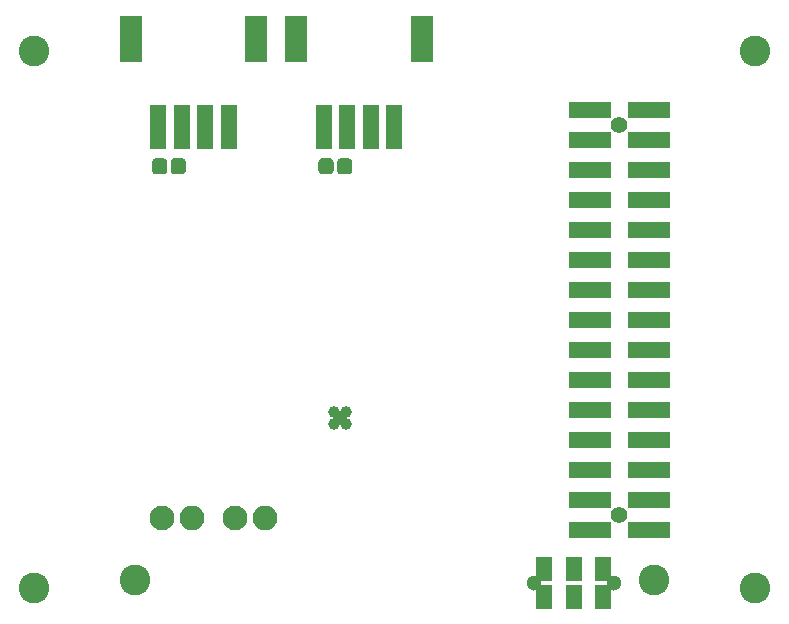
<source format=gbs>
G04 #@! TF.GenerationSoftware,KiCad,Pcbnew,(5.0.0)*
G04 #@! TF.CreationDate,2020-06-15T03:52:37+09:00*
G04 #@! TF.ProjectId,WioTerminal_M5Adapter,57696F5465726D696E616C5F4D354164,rev?*
G04 #@! TF.SameCoordinates,PX206cc80PYfe6f74f0*
G04 #@! TF.FileFunction,Soldermask,Bot*
G04 #@! TF.FilePolarity,Negative*
%FSLAX46Y46*%
G04 Gerber Fmt 4.6, Leading zero omitted, Abs format (unit mm)*
G04 Created by KiCad (PCBNEW (5.0.0)) date 06/15/20 03:52:37*
%MOMM*%
%LPD*%
G01*
G04 APERTURE LIST*
%ADD10C,2.100000*%
%ADD11O,2.100000X2.100000*%
%ADD12C,2.600000*%
%ADD13C,1.000000*%
%ADD14C,1.300000*%
%ADD15R,1.400000X2.000000*%
%ADD16C,0.100000*%
%ADD17C,1.275000*%
%ADD18R,1.400000X3.800000*%
%ADD19R,1.900000X4.000000*%
%ADD20R,3.550000X1.400000*%
%ADD21C,1.400000*%
G04 APERTURE END LIST*
D10*
G04 #@! TO.C,J2*
X-19700000Y-16800000D03*
D11*
X-17160000Y-16800000D03*
G04 #@! TD*
G04 #@! TO.C,J6*
X-10960000Y-16800000D03*
D10*
X-13500000Y-16800000D03*
G04 #@! TD*
D12*
G04 #@! TO.C,MH4*
X-30500000Y22750000D03*
G04 #@! TD*
G04 #@! TO.C,MH1*
X-30500000Y-22750000D03*
G04 #@! TD*
G04 #@! TO.C,MH2*
X30500000Y-22750000D03*
G04 #@! TD*
G04 #@! TO.C,MH3*
X30500000Y22750000D03*
G04 #@! TD*
D13*
G04 #@! TO.C,U2*
X-4600000Y-8300000D03*
X-5100000Y-8800000D03*
X-5100000Y-7800000D03*
X-4100000Y-8800000D03*
X-4100000Y-7800000D03*
G04 #@! TD*
D14*
G04 #@! TO.C,SW1*
X18600000Y-22300000D03*
X11800000Y-22300000D03*
D15*
X17700000Y-21100000D03*
X15200000Y-21100000D03*
X12700000Y-21100000D03*
X12700000Y-23500000D03*
X17700000Y-23500000D03*
X15200000Y-23500000D03*
G04 #@! TD*
D16*
G04 #@! TO.C,C12*
G36*
X-5437507Y13673465D02*
X-5406565Y13668875D01*
X-5376222Y13661275D01*
X-5346770Y13650737D01*
X-5318492Y13637362D01*
X-5291662Y13621281D01*
X-5266537Y13602647D01*
X-5243360Y13581640D01*
X-5222353Y13558463D01*
X-5203719Y13533338D01*
X-5187638Y13506508D01*
X-5174263Y13478230D01*
X-5163725Y13448778D01*
X-5156125Y13418435D01*
X-5151535Y13387493D01*
X-5150000Y13356250D01*
X-5150000Y12643750D01*
X-5151535Y12612507D01*
X-5156125Y12581565D01*
X-5163725Y12551222D01*
X-5174263Y12521770D01*
X-5187638Y12493492D01*
X-5203719Y12466662D01*
X-5222353Y12441537D01*
X-5243360Y12418360D01*
X-5266537Y12397353D01*
X-5291662Y12378719D01*
X-5318492Y12362638D01*
X-5346770Y12349263D01*
X-5376222Y12338725D01*
X-5406565Y12331125D01*
X-5437507Y12326535D01*
X-5468750Y12325000D01*
X-6106250Y12325000D01*
X-6137493Y12326535D01*
X-6168435Y12331125D01*
X-6198778Y12338725D01*
X-6228230Y12349263D01*
X-6256508Y12362638D01*
X-6283338Y12378719D01*
X-6308463Y12397353D01*
X-6331640Y12418360D01*
X-6352647Y12441537D01*
X-6371281Y12466662D01*
X-6387362Y12493492D01*
X-6400737Y12521770D01*
X-6411275Y12551222D01*
X-6418875Y12581565D01*
X-6423465Y12612507D01*
X-6425000Y12643750D01*
X-6425000Y13356250D01*
X-6423465Y13387493D01*
X-6418875Y13418435D01*
X-6411275Y13448778D01*
X-6400737Y13478230D01*
X-6387362Y13506508D01*
X-6371281Y13533338D01*
X-6352647Y13558463D01*
X-6331640Y13581640D01*
X-6308463Y13602647D01*
X-6283338Y13621281D01*
X-6256508Y13637362D01*
X-6228230Y13650737D01*
X-6198778Y13661275D01*
X-6168435Y13668875D01*
X-6137493Y13673465D01*
X-6106250Y13675000D01*
X-5468750Y13675000D01*
X-5437507Y13673465D01*
X-5437507Y13673465D01*
G37*
D17*
X-5787500Y13000000D03*
D16*
G36*
X-3862507Y13673465D02*
X-3831565Y13668875D01*
X-3801222Y13661275D01*
X-3771770Y13650737D01*
X-3743492Y13637362D01*
X-3716662Y13621281D01*
X-3691537Y13602647D01*
X-3668360Y13581640D01*
X-3647353Y13558463D01*
X-3628719Y13533338D01*
X-3612638Y13506508D01*
X-3599263Y13478230D01*
X-3588725Y13448778D01*
X-3581125Y13418435D01*
X-3576535Y13387493D01*
X-3575000Y13356250D01*
X-3575000Y12643750D01*
X-3576535Y12612507D01*
X-3581125Y12581565D01*
X-3588725Y12551222D01*
X-3599263Y12521770D01*
X-3612638Y12493492D01*
X-3628719Y12466662D01*
X-3647353Y12441537D01*
X-3668360Y12418360D01*
X-3691537Y12397353D01*
X-3716662Y12378719D01*
X-3743492Y12362638D01*
X-3771770Y12349263D01*
X-3801222Y12338725D01*
X-3831565Y12331125D01*
X-3862507Y12326535D01*
X-3893750Y12325000D01*
X-4531250Y12325000D01*
X-4562493Y12326535D01*
X-4593435Y12331125D01*
X-4623778Y12338725D01*
X-4653230Y12349263D01*
X-4681508Y12362638D01*
X-4708338Y12378719D01*
X-4733463Y12397353D01*
X-4756640Y12418360D01*
X-4777647Y12441537D01*
X-4796281Y12466662D01*
X-4812362Y12493492D01*
X-4825737Y12521770D01*
X-4836275Y12551222D01*
X-4843875Y12581565D01*
X-4848465Y12612507D01*
X-4850000Y12643750D01*
X-4850000Y13356250D01*
X-4848465Y13387493D01*
X-4843875Y13418435D01*
X-4836275Y13448778D01*
X-4825737Y13478230D01*
X-4812362Y13506508D01*
X-4796281Y13533338D01*
X-4777647Y13558463D01*
X-4756640Y13581640D01*
X-4733463Y13602647D01*
X-4708338Y13621281D01*
X-4681508Y13637362D01*
X-4653230Y13650737D01*
X-4623778Y13661275D01*
X-4593435Y13668875D01*
X-4562493Y13673465D01*
X-4531250Y13675000D01*
X-3893750Y13675000D01*
X-3862507Y13673465D01*
X-3862507Y13673465D01*
G37*
D17*
X-4212500Y13000000D03*
G04 #@! TD*
D16*
G04 #@! TO.C,C13*
G36*
X-17950007Y13673465D02*
X-17919065Y13668875D01*
X-17888722Y13661275D01*
X-17859270Y13650737D01*
X-17830992Y13637362D01*
X-17804162Y13621281D01*
X-17779037Y13602647D01*
X-17755860Y13581640D01*
X-17734853Y13558463D01*
X-17716219Y13533338D01*
X-17700138Y13506508D01*
X-17686763Y13478230D01*
X-17676225Y13448778D01*
X-17668625Y13418435D01*
X-17664035Y13387493D01*
X-17662500Y13356250D01*
X-17662500Y12643750D01*
X-17664035Y12612507D01*
X-17668625Y12581565D01*
X-17676225Y12551222D01*
X-17686763Y12521770D01*
X-17700138Y12493492D01*
X-17716219Y12466662D01*
X-17734853Y12441537D01*
X-17755860Y12418360D01*
X-17779037Y12397353D01*
X-17804162Y12378719D01*
X-17830992Y12362638D01*
X-17859270Y12349263D01*
X-17888722Y12338725D01*
X-17919065Y12331125D01*
X-17950007Y12326535D01*
X-17981250Y12325000D01*
X-18618750Y12325000D01*
X-18649993Y12326535D01*
X-18680935Y12331125D01*
X-18711278Y12338725D01*
X-18740730Y12349263D01*
X-18769008Y12362638D01*
X-18795838Y12378719D01*
X-18820963Y12397353D01*
X-18844140Y12418360D01*
X-18865147Y12441537D01*
X-18883781Y12466662D01*
X-18899862Y12493492D01*
X-18913237Y12521770D01*
X-18923775Y12551222D01*
X-18931375Y12581565D01*
X-18935965Y12612507D01*
X-18937500Y12643750D01*
X-18937500Y13356250D01*
X-18935965Y13387493D01*
X-18931375Y13418435D01*
X-18923775Y13448778D01*
X-18913237Y13478230D01*
X-18899862Y13506508D01*
X-18883781Y13533338D01*
X-18865147Y13558463D01*
X-18844140Y13581640D01*
X-18820963Y13602647D01*
X-18795838Y13621281D01*
X-18769008Y13637362D01*
X-18740730Y13650737D01*
X-18711278Y13661275D01*
X-18680935Y13668875D01*
X-18649993Y13673465D01*
X-18618750Y13675000D01*
X-17981250Y13675000D01*
X-17950007Y13673465D01*
X-17950007Y13673465D01*
G37*
D17*
X-18300000Y13000000D03*
D16*
G36*
X-19525007Y13673465D02*
X-19494065Y13668875D01*
X-19463722Y13661275D01*
X-19434270Y13650737D01*
X-19405992Y13637362D01*
X-19379162Y13621281D01*
X-19354037Y13602647D01*
X-19330860Y13581640D01*
X-19309853Y13558463D01*
X-19291219Y13533338D01*
X-19275138Y13506508D01*
X-19261763Y13478230D01*
X-19251225Y13448778D01*
X-19243625Y13418435D01*
X-19239035Y13387493D01*
X-19237500Y13356250D01*
X-19237500Y12643750D01*
X-19239035Y12612507D01*
X-19243625Y12581565D01*
X-19251225Y12551222D01*
X-19261763Y12521770D01*
X-19275138Y12493492D01*
X-19291219Y12466662D01*
X-19309853Y12441537D01*
X-19330860Y12418360D01*
X-19354037Y12397353D01*
X-19379162Y12378719D01*
X-19405992Y12362638D01*
X-19434270Y12349263D01*
X-19463722Y12338725D01*
X-19494065Y12331125D01*
X-19525007Y12326535D01*
X-19556250Y12325000D01*
X-20193750Y12325000D01*
X-20224993Y12326535D01*
X-20255935Y12331125D01*
X-20286278Y12338725D01*
X-20315730Y12349263D01*
X-20344008Y12362638D01*
X-20370838Y12378719D01*
X-20395963Y12397353D01*
X-20419140Y12418360D01*
X-20440147Y12441537D01*
X-20458781Y12466662D01*
X-20474862Y12493492D01*
X-20488237Y12521770D01*
X-20498775Y12551222D01*
X-20506375Y12581565D01*
X-20510965Y12612507D01*
X-20512500Y12643750D01*
X-20512500Y13356250D01*
X-20510965Y13387493D01*
X-20506375Y13418435D01*
X-20498775Y13448778D01*
X-20488237Y13478230D01*
X-20474862Y13506508D01*
X-20458781Y13533338D01*
X-20440147Y13558463D01*
X-20419140Y13581640D01*
X-20395963Y13602647D01*
X-20370838Y13621281D01*
X-20344008Y13637362D01*
X-20315730Y13650737D01*
X-20286278Y13661275D01*
X-20255935Y13668875D01*
X-20224993Y13673465D01*
X-20193750Y13675000D01*
X-19556250Y13675000D01*
X-19525007Y13673465D01*
X-19525007Y13673465D01*
G37*
D17*
X-19875000Y13000000D03*
G04 #@! TD*
D18*
G04 #@! TO.C,J3*
X0Y16300000D03*
X-2000000Y16300000D03*
X-4000000Y16300000D03*
X-6000000Y16300000D03*
D19*
X-8300000Y23800000D03*
X2300000Y23800000D03*
G04 #@! TD*
G04 #@! TO.C,J4*
X-11700000Y23800000D03*
X-22300000Y23800000D03*
D18*
X-20000000Y16300000D03*
X-18000000Y16300000D03*
X-16000000Y16300000D03*
X-14000000Y16300000D03*
G04 #@! TD*
D20*
G04 #@! TO.C,J5*
X16525000Y-17780000D03*
X21575000Y-17780000D03*
X16525000Y-15240000D03*
X21575000Y-15240000D03*
X16525000Y-12700000D03*
X21575000Y-12700000D03*
X16525000Y-10160000D03*
X21575000Y-10160000D03*
X16525000Y-7620000D03*
X21575000Y-7620000D03*
X16525000Y-5080000D03*
X21575000Y-5080000D03*
X16525000Y-2540000D03*
X21575000Y-2540000D03*
X16525000Y0D03*
X21575000Y0D03*
X16525000Y2540000D03*
X21575000Y2540000D03*
X16525000Y5080000D03*
X21575000Y5080000D03*
X16525000Y7620000D03*
X21575000Y7620000D03*
X16525000Y10160000D03*
X21575000Y10160000D03*
X16525000Y12700000D03*
X21575000Y12700000D03*
X16525000Y15240000D03*
X21575000Y15240000D03*
X16525000Y17780000D03*
X21575000Y17780000D03*
D21*
X19050000Y16510000D03*
X19050000Y-16510000D03*
G04 #@! TD*
D12*
G04 #@! TO.C,MH5*
X-22000000Y-22000000D03*
G04 #@! TD*
G04 #@! TO.C,MH6*
X22000000Y-22000000D03*
G04 #@! TD*
M02*

</source>
